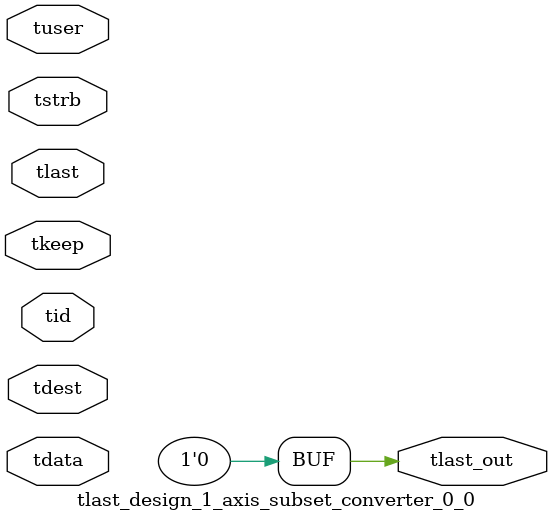
<source format=v>


`timescale 1ps/1ps

module tlast_design_1_axis_subset_converter_0_0 #
(
parameter C_S_AXIS_TID_WIDTH   = 1,
parameter C_S_AXIS_TUSER_WIDTH = 0,
parameter C_S_AXIS_TDATA_WIDTH = 0,
parameter C_S_AXIS_TDEST_WIDTH = 0
)
(
input  [(C_S_AXIS_TID_WIDTH   == 0 ? 1 : C_S_AXIS_TID_WIDTH)-1:0       ] tid,
input  [(C_S_AXIS_TDATA_WIDTH == 0 ? 1 : C_S_AXIS_TDATA_WIDTH)-1:0     ] tdata,
input  [(C_S_AXIS_TUSER_WIDTH == 0 ? 1 : C_S_AXIS_TUSER_WIDTH)-1:0     ] tuser,
input  [(C_S_AXIS_TDEST_WIDTH == 0 ? 1 : C_S_AXIS_TDEST_WIDTH)-1:0     ] tdest,
input  [(C_S_AXIS_TDATA_WIDTH/8)-1:0 ] tkeep,
input  [(C_S_AXIS_TDATA_WIDTH/8)-1:0 ] tstrb,
input  [0:0]                                                             tlast,
output                                                                   tlast_out
);

assign tlast_out = {1'b0};

endmodule


</source>
